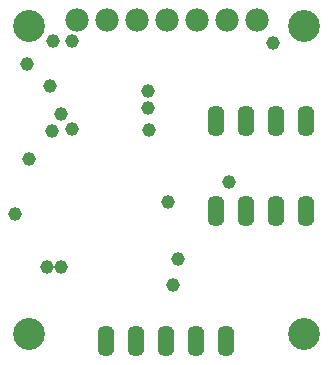
<source format=gbs>
G04 Layer_Color=16711935*
%FSLAX24Y24*%
%MOIN*%
G70*
G01*
G75*
%ADD38C,0.0780*%
%ADD39C,0.1064*%
%ADD40O,0.0560X0.1040*%
%ADD41C,0.0460*%
D38*
X39124Y39656D02*
D03*
X40124D02*
D03*
X45124D02*
D03*
X44124D02*
D03*
X43124D02*
D03*
X42124D02*
D03*
X41124D02*
D03*
D39*
X46710Y39459D02*
D03*
X37537D02*
D03*
Y29222D02*
D03*
X46710D02*
D03*
D40*
X42113Y28986D02*
D03*
X43113D02*
D03*
X44113D02*
D03*
X40107Y28982D02*
D03*
X41107D02*
D03*
X43777Y36313D02*
D03*
X44777D02*
D03*
X45777D02*
D03*
X46777D02*
D03*
Y33313D02*
D03*
X45777D02*
D03*
X44777D02*
D03*
X43777D02*
D03*
D41*
X38595Y31437D02*
D03*
X37462Y38199D02*
D03*
X42492Y31722D02*
D03*
X42334Y30827D02*
D03*
X42167Y33602D02*
D03*
X41507Y37293D02*
D03*
Y36742D02*
D03*
X38220Y37480D02*
D03*
X41537Y35994D02*
D03*
X38604Y36535D02*
D03*
X37521Y35039D02*
D03*
X38958Y36053D02*
D03*
X38289Y35984D02*
D03*
X38122Y31427D02*
D03*
X44194Y34281D02*
D03*
X38948Y38957D02*
D03*
X38338Y38967D02*
D03*
X45672Y38917D02*
D03*
X37055Y33189D02*
D03*
M02*

</source>
